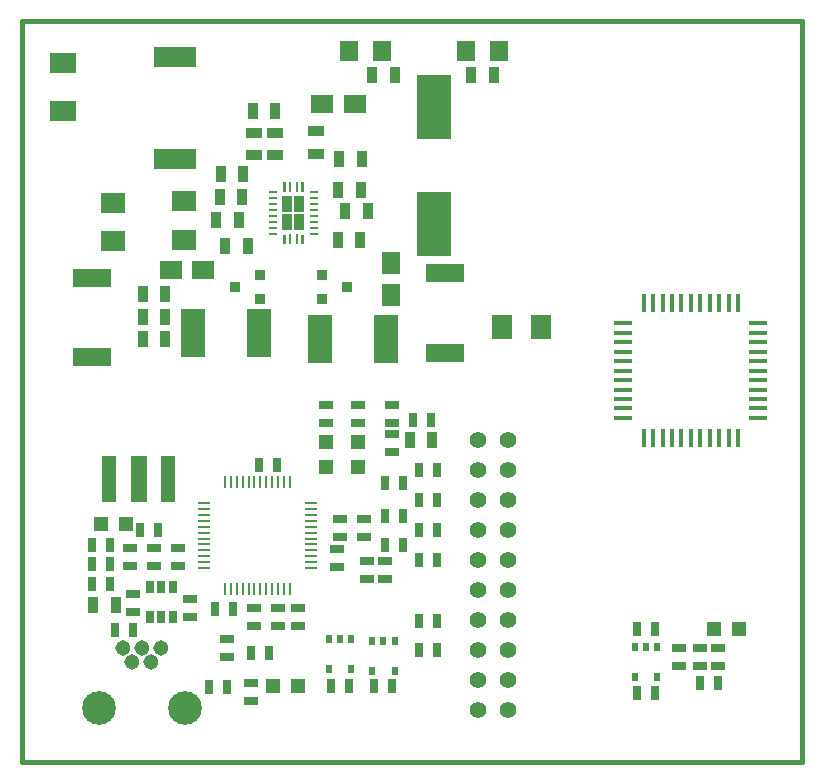
<source format=gtp>
G04 (created by PCBNEW-RS274X (2010-03-14)-final) date jue 03 nov 2011 22:05:38 ART*
G01*
G70*
G90*
%MOIN*%
G04 Gerber Fmt 3.4, Leading zero omitted, Abs format*
%FSLAX34Y34*%
G04 APERTURE LIST*
%ADD10C,0.000100*%
%ADD11C,0.015000*%
%ADD12R,0.060000X0.016000*%
%ADD13R,0.016000X0.060000*%
%ADD14R,0.020000X0.030000*%
%ADD15R,0.025000X0.045000*%
%ADD16R,0.045000X0.025000*%
%ADD17R,0.047200X0.047200*%
%ADD18C,0.051400*%
%ADD19C,0.112200*%
%ADD20R,0.007800X0.039300*%
%ADD21R,0.039300X0.007800*%
%ADD22C,0.056000*%
%ADD23R,0.035000X0.055000*%
%ADD24R,0.027600X0.039400*%
%ADD25R,0.047200X0.157400*%
%ADD26R,0.055100X0.157400*%
%ADD27R,0.085000X0.070000*%
%ADD28R,0.126000X0.060000*%
%ADD29R,0.062900X0.070900*%
%ADD30R,0.076700X0.059000*%
%ADD31R,0.059000X0.076700*%
%ADD32R,0.084600X0.070800*%
%ADD33R,0.070800X0.084600*%
%ADD34R,0.141700X0.070800*%
%ADD35R,0.114100X0.212500*%
%ADD36R,0.009100X0.035400*%
%ADD37R,0.031500X0.009100*%
%ADD38R,0.032300X0.052000*%
%ADD39R,0.009100X0.028500*%
%ADD40R,0.055000X0.035000*%
%ADD41R,0.080000X0.160000*%
%ADD42R,0.036000X0.036000*%
G04 APERTURE END LIST*
G54D10*
G54D11*
X41250Y-29200D02*
X41400Y-29200D01*
X41250Y-53900D02*
X41250Y-29200D01*
X41400Y-53900D02*
X41250Y-53900D01*
X41550Y-53900D02*
X41400Y-53900D01*
X41700Y-53900D02*
X41550Y-53900D01*
X41850Y-53900D02*
X41700Y-53900D01*
X67250Y-53900D02*
X41850Y-53900D01*
X67250Y-29200D02*
X67250Y-53900D01*
X67150Y-29200D02*
X67250Y-29200D01*
X41300Y-29200D02*
X67150Y-29200D01*
G54D12*
X65800Y-40850D03*
X65800Y-40535D03*
X65800Y-40220D03*
X65800Y-39905D03*
X65800Y-39590D03*
X65800Y-39275D03*
X65800Y-41165D03*
X65800Y-41480D03*
X65800Y-41795D03*
X65800Y-42110D03*
X65800Y-42425D03*
X61300Y-40850D03*
X61300Y-40535D03*
X61300Y-40220D03*
X61300Y-39905D03*
X61300Y-39590D03*
X61300Y-39275D03*
X61300Y-41165D03*
X61300Y-41480D03*
X61300Y-41795D03*
X61300Y-42110D03*
X61300Y-42425D03*
G54D13*
X63550Y-38600D03*
X63550Y-43100D03*
X63235Y-38600D03*
X63235Y-43100D03*
X62920Y-43100D03*
X62920Y-38600D03*
X62605Y-38600D03*
X62605Y-43100D03*
X62290Y-43100D03*
X62290Y-38600D03*
X61975Y-38600D03*
X61975Y-43100D03*
X63865Y-43100D03*
X63865Y-38600D03*
X64180Y-38600D03*
X64180Y-43100D03*
X64495Y-43100D03*
X64495Y-38600D03*
X64810Y-38600D03*
X64810Y-43100D03*
X65125Y-43100D03*
X65125Y-38600D03*
G54D14*
X62425Y-50050D03*
X61675Y-50050D03*
X62425Y-51050D03*
X62050Y-50050D03*
X61675Y-51050D03*
G54D15*
X62350Y-49450D03*
X61750Y-49450D03*
X62350Y-51600D03*
X61750Y-51600D03*
G54D16*
X63150Y-50700D03*
X63150Y-50100D03*
X64450Y-50700D03*
X64450Y-50100D03*
X63850Y-50100D03*
X63850Y-50700D03*
G54D15*
X64450Y-51250D03*
X63850Y-51250D03*
G54D17*
X65163Y-49450D03*
X64337Y-49450D03*
G54D18*
X45250Y-50093D03*
X44936Y-50565D03*
X45879Y-50093D03*
X45564Y-50565D03*
G54D19*
X46687Y-52100D03*
X43813Y-52100D03*
G54D18*
X44621Y-50093D03*
G54D20*
X48018Y-48121D03*
X48215Y-48121D03*
X48412Y-48121D03*
X48608Y-48121D03*
X48805Y-48121D03*
X49002Y-48121D03*
X49198Y-48121D03*
X49395Y-48121D03*
X49592Y-48121D03*
X49788Y-48121D03*
X49985Y-48121D03*
X50182Y-48121D03*
G54D21*
X50871Y-47432D03*
X50871Y-47235D03*
X50871Y-47038D03*
X50871Y-46842D03*
X50871Y-46645D03*
X50871Y-46448D03*
X50871Y-46252D03*
X50871Y-46055D03*
X50871Y-45858D03*
X50871Y-45662D03*
X50871Y-45465D03*
X50871Y-45268D03*
G54D20*
X50182Y-44579D03*
X49985Y-44579D03*
X49788Y-44579D03*
X49592Y-44579D03*
X49395Y-44579D03*
X49198Y-44579D03*
X49002Y-44579D03*
X48805Y-44579D03*
X48608Y-44579D03*
X48412Y-44579D03*
X48215Y-44579D03*
X48018Y-44579D03*
G54D21*
X47329Y-45268D03*
X47329Y-45465D03*
X47329Y-45662D03*
X47329Y-45858D03*
X47329Y-46055D03*
X47329Y-46252D03*
X47329Y-46448D03*
X47329Y-46645D03*
X47329Y-46842D03*
X47329Y-47038D03*
X47329Y-47235D03*
X47329Y-47432D03*
G54D17*
X49637Y-51350D03*
X50463Y-51350D03*
X52450Y-43237D03*
X52450Y-44063D03*
X51400Y-43237D03*
X51400Y-44063D03*
X43887Y-45950D03*
X44713Y-45950D03*
G54D22*
X56450Y-43150D03*
X57450Y-43150D03*
X56450Y-44150D03*
X57450Y-44150D03*
X56450Y-45150D03*
X57450Y-45150D03*
X56450Y-46150D03*
X57450Y-46150D03*
X56450Y-47150D03*
X57450Y-47150D03*
X56450Y-48150D03*
X57450Y-48150D03*
X56450Y-49150D03*
X57450Y-49150D03*
X56450Y-50150D03*
X57450Y-50150D03*
X56450Y-51150D03*
X57450Y-51150D03*
X56450Y-52150D03*
X57450Y-52150D03*
G54D15*
X53950Y-46650D03*
X53350Y-46650D03*
X53950Y-45700D03*
X53350Y-45700D03*
X53950Y-44600D03*
X53350Y-44600D03*
G54D16*
X52750Y-47200D03*
X52750Y-47800D03*
X49800Y-48750D03*
X49800Y-49350D03*
X53350Y-47800D03*
X53350Y-47200D03*
X52650Y-46400D03*
X52650Y-45800D03*
X51750Y-46800D03*
X51750Y-47400D03*
X51850Y-46400D03*
X51850Y-45800D03*
G54D15*
X45800Y-46150D03*
X45200Y-46150D03*
G54D16*
X48100Y-49800D03*
X48100Y-50400D03*
G54D15*
X49500Y-50250D03*
X48900Y-50250D03*
X48100Y-51400D03*
X47500Y-51400D03*
G54D16*
X51400Y-42000D03*
X51400Y-42600D03*
X52450Y-42000D03*
X52450Y-42600D03*
X48900Y-51850D03*
X48900Y-51250D03*
G54D15*
X44200Y-46650D03*
X43600Y-46650D03*
G54D16*
X46850Y-49050D03*
X46850Y-48450D03*
G54D15*
X48300Y-48800D03*
X47700Y-48800D03*
X53000Y-51350D03*
X53600Y-51350D03*
X52150Y-51350D03*
X51550Y-51350D03*
X55100Y-44150D03*
X54500Y-44150D03*
X55100Y-45150D03*
X54500Y-45150D03*
X55100Y-46150D03*
X54500Y-46150D03*
X55100Y-47150D03*
X54500Y-47150D03*
X55100Y-49200D03*
X54500Y-49200D03*
X55100Y-50150D03*
X54500Y-50150D03*
G54D16*
X50450Y-48750D03*
X50450Y-49350D03*
G54D15*
X49150Y-44000D03*
X49750Y-44000D03*
G54D16*
X46450Y-46750D03*
X46450Y-47350D03*
X44850Y-46750D03*
X44850Y-47350D03*
X49000Y-48750D03*
X49000Y-49350D03*
X45650Y-46750D03*
X45650Y-47350D03*
X44950Y-48300D03*
X44950Y-48900D03*
G54D15*
X43600Y-47300D03*
X44200Y-47300D03*
G54D16*
X53600Y-42000D03*
X53600Y-42600D03*
G54D15*
X43600Y-47950D03*
X44200Y-47950D03*
G54D16*
X53600Y-43550D03*
X53600Y-42950D03*
G54D15*
X44350Y-49500D03*
X44950Y-49500D03*
X54900Y-42500D03*
X54300Y-42500D03*
G54D23*
X43625Y-48650D03*
X44375Y-48650D03*
X54925Y-43150D03*
X54175Y-43150D03*
G54D14*
X52225Y-49800D03*
X51475Y-49800D03*
X52225Y-50800D03*
X51850Y-49800D03*
X51475Y-50800D03*
X53675Y-49850D03*
X52925Y-49850D03*
X53675Y-50850D03*
X53300Y-49850D03*
X52925Y-50850D03*
G54D24*
X45525Y-48050D03*
X45900Y-48050D03*
X46275Y-48050D03*
X46275Y-49050D03*
X45900Y-49050D03*
X45525Y-49050D03*
G54D25*
X46134Y-44450D03*
G54D26*
X45150Y-44450D03*
G54D25*
X44166Y-44450D03*
G54D27*
X42630Y-30600D03*
X42630Y-32200D03*
G54D28*
X55350Y-40250D03*
X55350Y-37593D03*
X43600Y-37750D03*
X43600Y-40407D03*
G54D29*
X57159Y-30200D03*
X56041Y-30200D03*
X53259Y-30200D03*
X52141Y-30200D03*
G54D30*
X52341Y-31950D03*
X51259Y-31950D03*
G54D31*
X53550Y-38341D03*
X53550Y-37259D03*
G54D30*
X47291Y-37500D03*
X46209Y-37500D03*
G54D32*
X44300Y-36539D03*
X44300Y-35261D03*
G54D33*
X58539Y-39400D03*
X57261Y-39400D03*
G54D32*
X46650Y-35211D03*
X46650Y-36489D03*
G54D34*
X46350Y-33800D03*
X46350Y-30400D03*
G54D35*
X55000Y-32052D03*
X55000Y-35948D03*
G54D36*
X50192Y-34744D03*
X50408Y-34744D03*
X50408Y-36456D03*
X50192Y-36456D03*
G54D10*
G36*
X49959Y-34883D02*
X49959Y-34569D01*
X50049Y-34569D01*
X50049Y-34883D01*
X49959Y-34883D01*
X49959Y-34883D01*
G37*
G36*
X50551Y-34883D02*
X50551Y-34569D01*
X50641Y-34569D01*
X50641Y-34883D01*
X50551Y-34883D01*
X50551Y-34883D01*
G37*
G36*
X49959Y-36631D02*
X49959Y-36317D01*
X50049Y-36317D01*
X50049Y-36631D01*
X49959Y-36631D01*
X49959Y-36631D01*
G37*
G36*
X50551Y-36631D02*
X50551Y-36317D01*
X50641Y-36317D01*
X50641Y-36631D01*
X50551Y-36631D01*
X50551Y-36631D01*
G37*
G54D37*
X50979Y-35895D03*
X50979Y-36092D03*
X50979Y-36289D03*
X50979Y-34911D03*
X50979Y-35108D03*
X50979Y-35305D03*
X50979Y-35502D03*
X50979Y-35698D03*
X49621Y-35698D03*
X49621Y-35502D03*
X49621Y-35305D03*
X49621Y-35108D03*
X49621Y-34911D03*
X49621Y-36092D03*
X49621Y-35895D03*
X49621Y-36289D03*
G54D38*
X50100Y-35900D03*
X50500Y-35900D03*
X50500Y-35300D03*
G54D39*
X50192Y-34700D03*
X50408Y-34700D03*
X50408Y-36500D03*
X50192Y-36500D03*
G54D38*
X50100Y-35300D03*
G54D23*
X52925Y-31000D03*
X53675Y-31000D03*
X46025Y-39050D03*
X45275Y-39050D03*
X45275Y-38300D03*
X46025Y-38300D03*
X49700Y-32200D03*
X48950Y-32200D03*
X56225Y-31000D03*
X56975Y-31000D03*
G54D40*
X49000Y-33675D03*
X49000Y-32925D03*
X49700Y-32925D03*
X49700Y-33675D03*
G54D23*
X48625Y-34300D03*
X47875Y-34300D03*
X48600Y-35075D03*
X47850Y-35075D03*
X51800Y-34825D03*
X52550Y-34825D03*
X45275Y-39800D03*
X46025Y-39800D03*
X51825Y-33800D03*
X52575Y-33800D03*
X48475Y-35825D03*
X47725Y-35825D03*
X52025Y-35525D03*
X52775Y-35525D03*
X51775Y-36500D03*
X52525Y-36500D03*
X48775Y-36700D03*
X48025Y-36700D03*
G54D40*
X51050Y-33625D03*
X51050Y-32875D03*
G54D41*
X46950Y-39600D03*
X49150Y-39600D03*
X53400Y-39800D03*
X51200Y-39800D03*
G54D42*
X49200Y-37650D03*
X49200Y-38450D03*
X48350Y-38050D03*
X51250Y-38450D03*
X51250Y-37650D03*
X52100Y-38050D03*
M02*

</source>
